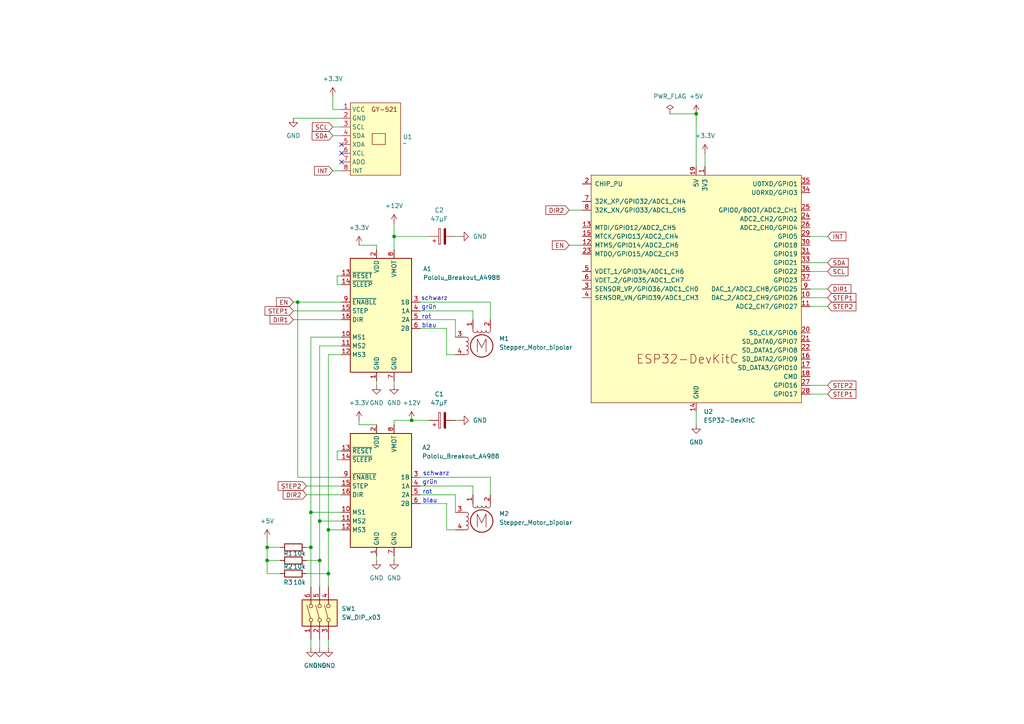
<source format=kicad_sch>
(kicad_sch (version 20250114) (generator "eeschema") (generator_version "9.0")
  (paper "A4")
  (lib_symbols
    (symbol "Device:C_Polarized" (pin_numbers (hide yes)) (pin_names (offset 0.254))
      (property "Reference" "C" (at 0.635 2.54 0))
      (property "Value" "C_Polarized" (at 0.635 -2.54 0))
      (symbol "C_Polarized_0_1"
        (rectangle (start -2.286 0.508) (end 2.286 1.016))
        (polyline (pts (xy -1.778 2.286) (xy -0.762 2.286)))
        (polyline (pts (xy -1.27 2.794) (xy -1.27 1.778)))
        (rectangle (start 2.286 -0.508) (end -2.286 -1.016) (fill (type outline)))
      )
      (symbol "C_Polarized_1_1"
        (pin passive line (at 0 3.81 270) (length 2.794) (name "~") (number "1"))
        (pin passive line (at 0 -3.81 90) (length 2.794) (name "~") (number "2"))
      )
    )
    (symbol "Device:R" (pin_numbers (hide yes)) (pin_names (offset 0))
      (property "Reference" "R" (at 2.032 0 90))
      (property "Value" "R" (at 0 0 90))
      (symbol "R_0_1"
        (rectangle (start -1.016 -2.54) (end 1.016 2.54) (stroke (width 0.254)))
      )
      (symbol "R_1_1"
        (pin passive line (at 0 3.81 270) (length 1.27) (name "~") (number "1"))
        (pin passive line (at 0 -3.81 90) (length 1.27) (name "~") (number "2"))
      )
    )
    (symbol "Driver_Motor:Pololu_Breakout_A4988"
      (property "Reference" "A" (at -2.54 19.05 0))
      (property "Value" "Pololu_Breakout_A4988" (at -2.54 16.51 0))
      (symbol "Pololu_Breakout_A4988_0_1"
        (rectangle (start 10.16 -17.78) (end -7.62 15.24) (stroke (width 0.254)) (fill (type background)))
      )
      (symbol "Pololu_Breakout_A4988_1_1"
        (pin input line (at -10.16 10.16 0) (length 2.54) (name "~{RESET}") (number "13"))
        (pin input line (at -10.16 7.62 0) (length 2.54) (name "~{SLEEP}") (number "14"))
        (pin input line (at -10.16 2.54 0) (length 2.54) (name "~{ENABLE}") (number "9"))
        (pin input line (at -10.16 0 0) (length 2.54) (name "STEP") (number "15"))
        (pin input line (at -10.16 -2.54 0) (length 2.54) (name "DIR") (number "16"))
        (pin input line (at -10.16 -7.62 0) (length 2.54) (name "MS1") (number "10"))
        (pin input line (at -10.16 -10.16 0) (length 2.54) (name "MS2") (number "11"))
        (pin input line (at -10.16 -12.7 0) (length 2.54) (name "MS3") (number "12"))
        (pin power_in line (at 0 17.78 270) (length 2.54) (name "VDD") (number "2"))
        (pin power_in line (at 0 -20.32 90) (length 2.54) (name "GND") (number "1"))
        (pin power_in line (at 5.08 17.78 270) (length 2.54) (name "VMOT") (number "8"))
        (pin power_in line (at 5.08 -20.32 90) (length 2.54) (name "GND") (number "7"))
        (pin output line (at 12.7 2.54 180) (length 2.54) (name "1B") (number "3"))
        (pin output line (at 12.7 0 180) (length 2.54) (name "1A") (number "4"))
        (pin output line (at 12.7 -2.54 180) (length 2.54) (name "2A") (number "5"))
        (pin output line (at 12.7 -5.08 180) (length 2.54) (name "2B") (number "6"))
      )
    )
    (symbol "Espressif:ESP32-DevKitC" (pin_names (offset 1.016))
      (property "Reference" "U" (at -30.48 38.1 0))
      (property "Value" "ESP32-DevKitC" (at -30.48 35.56 0))
      (symbol "ESP32-DevKitC_0_0"
        (text "ESP32-DevKitC" (at -2.54 -20.32 0) (effects (font (size 2.54 2.54))))
        (pin power_in line (at 0 35.56 270) (length 2.54) (name "5V") (number "19"))
        (pin power_in line (at 0 -35.56 90) (length 2.54) (name "GND") (number "14"))
      )
      (symbol "ESP32-DevKitC_0_1"
        (rectangle (start -30.48 33.02) (end 30.48 -33.02) (fill (type background)))
      )
      (symbol "ESP32-DevKitC_1_1"
        (pin input line (at -33.02 30.48 0) (length 2.54) (name "CHIP_PU") (number "2"))
        (pin bidirectional line (at -33.02 25.4 0) (length 2.54) (name "32K_XP/GPIO32/ADC1_CH4") (number "7"))
        (pin bidirectional line (at -33.02 22.86 0) (length 2.54) (name "32K_XN/GPIO33/ADC1_CH5") (number "8"))
        (pin bidirectional line (at -33.02 17.78 0) (length 2.54) (name "MTDI/GPIO12/ADC2_CH5") (number "13"))
        (pin bidirectional line (at -33.02 15.24 0) (length 2.54) (name "MTCK/GPIO13/ADC2_CH4") (number "15"))
        (pin bidirectional line (at -33.02 12.7 0) (length 2.54) (name "MTMS/GPIO14/ADC2_CH6") (number "12"))
        (pin bidirectional line (at -33.02 10.16 0) (length 2.54) (name "MTDO/GPIO15/ADC2_CH3") (number "23"))
        (pin input line (at -33.02 5.08 0) (length 2.54) (name "VDET_1/GPIO34/ADC1_CH6") (number "5"))
        (pin input line (at -33.02 2.54 0) (length 2.54) (name "VDET_2/GPIO35/ADC1_CH7") (number "6"))
        (pin input line (at -33.02 0 0) (length 2.54) (name "SENSOR_VP/GPIO36/ADC1_CH0") (number "3"))
        (pin input line (at -33.02 -2.54 0) (length 2.54) (name "SENSOR_VN/GPIO39/ADC1_CH3") (number "4"))
        (pin passive line (at 0 -35.56 90) (length 2.54) (hide yes) (name "GND") (number "32"))
        (pin passive line (at 0 -35.56 90) (length 2.54) (hide yes) (name "GND") (number "38"))
        (pin power_in line (at 2.54 35.56 270) (length 2.54) (name "3V3") (number "1"))
        (pin bidirectional line (at 33.02 30.48 180) (length 2.54) (name "U0TXD/GPIO1") (number "35"))
        (pin bidirectional line (at 33.02 27.94 180) (length 2.54) (name "U0RXD/GPIO3") (number "34"))
        (pin bidirectional line (at 33.02 22.86 180) (length 2.54) (name "GPIO0/BOOT/ADC2_CH1") (number "25"))
        (pin bidirectional line (at 33.02 20.32 180) (length 2.54) (name "ADC2_CH2/GPIO2") (number "24"))
        (pin bidirectional line (at 33.02 17.78 180) (length 2.54) (name "ADC2_CH0/GPIO4") (number "26"))
        (pin bidirectional line (at 33.02 15.24 180) (length 2.54) (name "GPIO5") (number "29"))
        (pin bidirectional line (at 33.02 12.7 180) (length 2.54) (name "GPIO18") (number "30"))
        (pin bidirectional line (at 33.02 10.16 180) (length 2.54) (name "GPIO19") (number "31"))
        (pin bidirectional line (at 33.02 7.62 180) (length 2.54) (name "GPIO21") (number "33"))
        (pin bidirectional line (at 33.02 5.08 180) (length 2.54) (name "GPIO22") (number "36"))
        (pin bidirectional line (at 33.02 2.54 180) (length 2.54) (name "GPIO23") (number "37"))
        (pin bidirectional line (at 33.02 0 180) (length 2.54) (name "DAC_1/ADC2_CH8/GPIO25") (number "9"))
        (pin bidirectional line (at 33.02 -2.54 180) (length 2.54) (name "DAC_2/ADC2_CH9/GPIO26") (number "10"))
        (pin bidirectional line (at 33.02 -5.08 180) (length 2.54) (name "ADC2_CH7/GPIO27") (number "11"))
        (pin bidirectional line (at 33.02 -12.7 180) (length 2.54) (name "SD_CLK/GPIO6") (number "20"))
        (pin bidirectional line (at 33.02 -15.24 180) (length 2.54) (name "SD_DATA0/GPIO7") (number "21"))
        (pin bidirectional line (at 33.02 -17.78 180) (length 2.54) (name "SD_DATA1/GPIO8") (number "22"))
        (pin bidirectional line (at 33.02 -20.32 180) (length 2.54) (name "SD_DATA2/GPIO9") (number "16"))
        (pin bidirectional line (at 33.02 -22.86 180) (length 2.54) (name "SD_DATA3/GPIO10") (number "17"))
        (pin bidirectional line (at 33.02 -25.4 180) (length 2.54) (name "CMD") (number "18"))
        (pin bidirectional line (at 33.02 -27.94 180) (length 2.54) (name "GPIO16") (number "27"))
        (pin bidirectional line (at 33.02 -30.48 180) (length 2.54) (name "GPIO17") (number "28"))
      )
    )
    (symbol "Motor:Stepper_Motor_bipolar" (pin_names (offset 0) (hide yes))
      (property "Reference" "M" (at 3.81 2.54 0))
      (property "Value" "Stepper_Motor_bipolar" (at 3.81 1.27 0))
      (symbol "Stepper_Motor_bipolar_0_0"
        (polyline (pts (xy -1.27 -1.778) (xy -1.27 2.032) (xy 0 -0.508) (xy 1.27 2.032) (xy 1.27 -1.778)))
      )
      (symbol "Stepper_Motor_bipolar_0_1"
        (polyline (pts (xy -5.08 2.54) (xy -4.445 2.54)))
        (polyline (pts (xy -5.08 -2.54) (xy -4.445 -2.54)))
        (arc (start -4.445 2.54) (mid -3.8127 1.905) (end -4.445 1.27))
        (arc (start -4.445 1.27) (mid -3.8127 0.635) (end -4.445 0))
        (arc (start -4.445 0) (mid -3.8127 -0.635) (end -4.445 -1.27))
        (arc (start -4.445 -1.27) (mid -3.8127 -1.905) (end -4.445 -2.54))
        (polyline (pts (xy -2.54 5.08) (xy -2.54 4.445)))
        (arc (start -1.27 4.445) (mid -1.905 3.8127) (end -2.54 4.445))
        (arc (start 0 4.445) (mid -0.635 3.8127) (end -1.27 4.445))
        (circle (center 0 0) (radius 3.2512) (stroke (width 0.254)))
        (arc (start 1.27 4.445) (mid 0.635 3.8127) (end 0 4.445))
        (arc (start 2.54 4.445) (mid 1.905 3.8127) (end 1.27 4.445))
        (polyline (pts (xy 2.54 5.08) (xy 2.54 4.445)))
      )
      (symbol "Stepper_Motor_bipolar_1_1"
        (pin passive line (at -7.62 2.54 0) (length 2.54) (name "~") (number "3"))
        (pin passive line (at -7.62 -2.54 0) (length 2.54) (name "~") (number "4"))
        (pin passive line (at -2.54 7.62 270) (length 2.54) (name "~") (number "1"))
        (pin passive line (at 2.54 7.62 270) (length 2.54) (name "-") (number "2"))
      )
    )
    (symbol "New_Library:GY-521"
      (property "Reference" "U" (at 0 12.954 0))
      (symbol "GY-521_1_1"
        (rectangle (start -7.62 10.795) (end 6.985 -10.16) (fill (type background)))
        (rectangle (start -1.27 1.905) (end 2.54 -1.27))
        (text "GY-521" (at 2.286 8.89 0) (effects (font (size 1.27 1.27))))
        (pin input line (at -10.16 8.89 0) (length 2.54) (name "VCC") (number "1"))
        (pin input line (at -10.16 6.35 0) (length 2.54) (name "GND") (number "2"))
        (pin input line (at -10.16 3.81 0) (length 2.54) (name "SCL") (number "3"))
        (pin input line (at -10.16 1.27 0) (length 2.54) (name "SDA") (number "4"))
        (pin input line (at -10.16 -1.27 0) (length 2.54) (name "XDA") (number "5"))
        (pin input line (at -10.16 -3.81 0) (length 2.54) (name "XCL") (number "6"))
        (pin input line (at -10.16 -6.35 0) (length 2.54) (name "ADO") (number "7"))
        (pin input line (at -10.16 -8.89 0) (length 2.54) (name "INT") (number "8"))
      )
    )
    (symbol "Switch:SW_DIP_x03" (pin_names (offset 0) (hide yes))
      (property "Reference" "SW" (at 0 6.35 0))
      (property "Value" "SW_DIP_x03" (at 0 -6.35 0))
      (symbol "SW_DIP_x03_0_0"
        (circle (center -2.032 2.54) (radius 0.508))
        (circle (center -2.032 0) (radius 0.508))
        (circle (center -2.032 -2.54) (radius 0.508))
        (polyline (pts (xy -1.524 2.667) (xy 2.3622 3.7084)))
        (polyline (pts (xy -1.524 0.127) (xy 2.3622 1.1684)))
        (polyline (pts (xy -1.524 -2.413) (xy 2.3622 -1.3716)))
        (circle (center 2.032 2.54) (radius 0.508))
        (circle (center 2.032 0) (radius 0.508))
        (circle (center 2.032 -2.54) (radius 0.508))
      )
      (symbol "SW_DIP_x03_0_1"
        (rectangle (start -3.81 5.08) (end 3.81 -5.08) (stroke (width 0.254)) (fill (type background)))
      )
      (symbol "SW_DIP_x03_1_1"
        (pin passive line (at -7.62 2.54 0) (length 5.08) (name "~") (number "1"))
        (pin passive line (at -7.62 0 0) (length 5.08) (name "~") (number "2"))
        (pin passive line (at -7.62 -2.54 0) (length 5.08) (name "~") (number "3"))
        (pin passive line (at 7.62 2.54 180) (length 5.08) (name "~") (number "6"))
        (pin passive line (at 7.62 0 180) (length 5.08) (name "~") (number "5"))
        (pin passive line (at 7.62 -2.54 180) (length 5.08) (name "~") (number "4"))
      )
    )
    (symbol "power:+12V" (power) (pin_numbers (hide yes)) (pin_names (offset 0) (hide yes))
      (property "Value" "+12V" (at 0 3.556 0))
      (symbol "+12V_0_1"
        (polyline (pts (xy -0.762 1.27) (xy 0 2.54)))
        (polyline (pts (xy 0 2.54) (xy 0.762 1.27)))
        (polyline (pts (xy 0 0) (xy 0 2.54)))
      )
      (symbol "+12V_1_1"
        (pin power_in line (at 0 0 90) (length 0) (name "~") (number "1"))
      )
    )
    (symbol "power:+3.3V" (power) (pin_numbers (hide yes)) (pin_names (offset 0) (hide yes))
      (property "Value" "+3.3V" (at 0 3.556 0))
      (symbol "+3.3V_0_1"
        (polyline (pts (xy -0.762 1.27) (xy 0 2.54)))
        (polyline (pts (xy 0 2.54) (xy 0.762 1.27)))
        (polyline (pts (xy 0 0) (xy 0 2.54)))
      )
      (symbol "+3.3V_1_1"
        (pin power_in line (at 0 0 90) (length 0) (name "~") (number "1"))
      )
    )
    (symbol "power:+5V" (power) (pin_numbers (hide yes)) (pin_names (offset 0) (hide yes))
      (property "Value" "+5V" (at 0 3.556 0))
      (symbol "+5V_0_1"
        (polyline (pts (xy -0.762 1.27) (xy 0 2.54)))
        (polyline (pts (xy 0 2.54) (xy 0.762 1.27)))
        (polyline (pts (xy 0 0) (xy 0 2.54)))
      )
      (symbol "+5V_1_1"
        (pin power_in line (at 0 0 90) (length 0) (name "~") (number "1"))
      )
    )
    (symbol "power:GND" (power) (pin_numbers (hide yes)) (pin_names (offset 0) (hide yes))
      (property "Value" "GND" (at 0 -3.81 0))
      (symbol "GND_0_1"
        (polyline (pts (xy 0 0) (xy 0 -1.27) (xy 1.27 -1.27) (xy 0 -2.54) (xy -1.27 -1.27) (xy 0 -1.27)))
      )
      (symbol "GND_1_1"
        (pin power_in line (at 0 0 270) (length 0) (name "~") (number "1"))
      )
    )
    (symbol "power:PWR_FLAG" (power) (pin_numbers (hide yes)) (pin_names (offset 0) (hide yes))
      (property "Value" "PWR_FLAG" (at 0 3.81 0))
      (symbol "PWR_FLAG_0_0"
        (pin power_out line (at 0 0 90) (length 0) (name "~") (number "1"))
      )
      (symbol "PWR_FLAG_0_1"
        (polyline (pts (xy 0 0) (xy 0 1.27) (xy -1.016 1.905) (xy 0 2.54) (xy 1.016 1.905) (xy 0 1.27)))
      )
    )
  )
  (text "schwarz" (at 125.984 86.614 0) (effects (font (size 1.27 1.27))))
  (text "blau" (at 124.46 94.488 0) (effects (font (size 1.27 1.27))))
  (text "blau" (at 124.714 145.288 0) (effects (font (size 1.27 1.27))))
  (text "rot" (at 123.698 91.948 0) (effects (font (size 1.27 1.27))))
  (text "rot" (at 123.952 142.748 0) (effects (font (size 1.27 1.27))))
  (text "schwarz" (at 126.492 137.414 0) (effects (font (size 1.27 1.27))))
  (text "grün" (at 124.714 139.954 0) (effects (font (size 1.27 1.27))))
  (text "grün" (at 124.46 89.154 0) (effects (font (size 1.27 1.27))))
  (junction (at 119.38 121.92))
  (junction (at 201.93 33.02))
  (junction (at 90.17 148.59))
  (junction (at 77.47 162.56))
  (junction (at 86.36 87.63))
  (junction (at 95.25 166.37))
  (junction (at 77.47 158.75))
  (junction (at 92.71 151.13))
  (junction (at 92.71 162.56))
  (junction (at 95.25 153.67))
  (junction (at 114.3 68.58))
  (junction (at 90.17 158.75))
  (no_connect (at 99.06 44.45))
  (no_connect (at 99.06 46.99))
  (no_connect (at 99.06 41.91))
  (wire (pts (xy 77.47 162.56) (xy 77.47 166.37)))
  (wire (pts (xy 99.06 80.01) (xy 97.79 80.01)))
  (wire (pts (xy 86.36 87.63) (xy 99.06 87.63)))
  (wire (pts (xy 234.95 83.82) (xy 240.03 83.82)))
  (wire (pts (xy 142.24 87.63) (xy 142.24 92.71)))
  (wire (pts (xy 86.36 87.63) (xy 86.36 138.43)))
  (wire (pts (xy 234.95 88.9) (xy 240.03 88.9)))
  (wire (pts (xy 234.95 68.58) (xy 240.03 68.58)))
  (wire (pts (xy 92.71 151.13) (xy 99.06 151.13)))
  (wire (pts (xy 121.92 92.71) (xy 132.08 92.71)))
  (wire (pts (xy 77.47 162.56) (xy 81.28 162.56)))
  (wire (pts (xy 95.25 102.87) (xy 95.25 153.67)))
  (wire (pts (xy 129.54 153.67) (xy 132.08 153.67)))
  (wire (pts (xy 90.17 97.79) (xy 90.17 148.59)))
  (wire (pts (xy 114.3 64.77) (xy 114.3 68.58)))
  (wire (pts (xy 92.71 185.42) (xy 92.71 187.96)))
  (wire (pts (xy 97.79 133.35) (xy 99.06 133.35)))
  (wire (pts (xy 142.24 138.43) (xy 142.24 143.51)))
  (wire (pts (xy 92.71 151.13) (xy 92.71 162.56)))
  (wire (pts (xy 204.47 44.45) (xy 204.47 48.26)))
  (wire (pts (xy 96.52 31.75) (xy 99.06 31.75)))
  (wire (pts (xy 85.09 87.63) (xy 86.36 87.63)))
  (wire (pts (xy 85.09 90.17) (xy 99.06 90.17)))
  (wire (pts (xy 121.92 95.25) (xy 129.54 95.25)))
  (wire (pts (xy 132.08 121.92) (xy 133.35 121.92)))
  (wire (pts (xy 234.95 78.74) (xy 240.03 78.74)))
  (wire (pts (xy 92.71 162.56) (xy 92.71 170.18)))
  (wire (pts (xy 234.95 114.3) (xy 240.03 114.3)))
  (wire (pts (xy 99.06 130.81) (xy 97.79 130.81)))
  (wire (pts (xy 104.14 123.19) (xy 109.22 123.19)))
  (wire (pts (xy 97.79 80.01) (xy 97.79 82.55)))
  (wire (pts (xy 119.38 121.92) (xy 124.46 121.92)))
  (wire (pts (xy 129.54 95.25) (xy 129.54 102.87)))
  (wire (pts (xy 90.17 185.42) (xy 90.17 187.96)))
  (wire (pts (xy 77.47 158.75) (xy 81.28 158.75)))
  (wire (pts (xy 88.9 143.51) (xy 99.06 143.51)))
  (wire (pts (xy 95.25 153.67) (xy 99.06 153.67)))
  (wire (pts (xy 132.08 92.71) (xy 132.08 97.79)))
  (wire (pts (xy 95.25 185.42) (xy 95.25 187.96)))
  (wire (pts (xy 104.14 121.92) (xy 104.14 123.19)))
  (wire (pts (xy 109.22 161.29) (xy 109.22 162.56)))
  (wire (pts (xy 121.92 138.43) (xy 142.24 138.43)))
  (wire (pts (xy 90.17 158.75) (xy 88.9 158.75)))
  (wire (pts (xy 90.17 148.59) (xy 90.17 158.75)))
  (wire (pts (xy 85.09 92.71) (xy 99.06 92.71)))
  (wire (pts (xy 95.25 166.37) (xy 95.25 170.18)))
  (wire (pts (xy 77.47 156.21) (xy 77.47 158.75)))
  (wire (pts (xy 121.92 143.51) (xy 132.08 143.51)))
  (wire (pts (xy 99.06 102.87) (xy 95.25 102.87)))
  (wire (pts (xy 137.16 140.97) (xy 137.16 143.51)))
  (wire (pts (xy 234.95 76.2) (xy 240.03 76.2)))
  (wire (pts (xy 109.22 71.12) (xy 109.22 72.39)))
  (wire (pts (xy 129.54 146.05) (xy 129.54 153.67)))
  (wire (pts (xy 119.38 121.92) (xy 114.3 121.92)))
  (wire (pts (xy 121.92 140.97) (xy 137.16 140.97)))
  (wire (pts (xy 77.47 158.75) (xy 77.47 162.56)))
  (wire (pts (xy 121.92 90.17) (xy 137.16 90.17)))
  (wire (pts (xy 114.3 110.49) (xy 114.3 111.76)))
  (wire (pts (xy 234.95 111.76) (xy 240.03 111.76)))
  (wire (pts (xy 96.52 27.94) (xy 96.52 31.75)))
  (wire (pts (xy 114.3 68.58) (xy 114.3 72.39)))
  (wire (pts (xy 194.31 33.02) (xy 201.93 33.02)))
  (wire (pts (xy 85.09 34.29) (xy 99.06 34.29)))
  (wire (pts (xy 77.47 166.37) (xy 81.28 166.37)))
  (wire (pts (xy 104.14 71.12) (xy 109.22 71.12)))
  (wire (pts (xy 97.79 130.81) (xy 97.79 133.35)))
  (wire (pts (xy 109.22 110.49) (xy 109.22 111.76)))
  (wire (pts (xy 86.36 138.43) (xy 99.06 138.43)))
  (wire (pts (xy 97.79 82.55) (xy 99.06 82.55)))
  (wire (pts (xy 129.54 102.87) (xy 132.08 102.87)))
  (wire (pts (xy 95.25 166.37) (xy 88.9 166.37)))
  (wire (pts (xy 201.93 33.02) (xy 201.93 48.26)))
  (wire (pts (xy 201.93 119.38) (xy 201.93 123.19)))
  (wire (pts (xy 165.1 71.12) (xy 168.91 71.12)))
  (wire (pts (xy 132.08 143.51) (xy 132.08 148.59)))
  (wire (pts (xy 96.52 49.53) (xy 99.06 49.53)))
  (wire (pts (xy 95.25 153.67) (xy 95.25 166.37)))
  (wire (pts (xy 121.92 87.63) (xy 142.24 87.63)))
  (wire (pts (xy 90.17 148.59) (xy 99.06 148.59)))
  (wire (pts (xy 114.3 161.29) (xy 114.3 162.56)))
  (wire (pts (xy 92.71 100.33) (xy 92.71 151.13)))
  (wire (pts (xy 165.1 60.96) (xy 168.91 60.96)))
  (wire (pts (xy 137.16 90.17) (xy 137.16 92.71)))
  (wire (pts (xy 88.9 140.97) (xy 99.06 140.97)))
  (wire (pts (xy 121.92 146.05) (xy 129.54 146.05)))
  (wire (pts (xy 132.08 68.58) (xy 133.35 68.58)))
  (wire (pts (xy 114.3 68.58) (xy 124.46 68.58)))
  (wire (pts (xy 96.52 36.83) (xy 99.06 36.83)))
  (wire (pts (xy 96.52 39.37) (xy 99.06 39.37)))
  (wire (pts (xy 114.3 121.92) (xy 114.3 123.19)))
  (wire (pts (xy 234.95 86.36) (xy 240.03 86.36)))
  (wire (pts (xy 99.06 97.79) (xy 90.17 97.79)))
  (wire (pts (xy 99.06 100.33) (xy 92.71 100.33)))
  (wire (pts (xy 90.17 158.75) (xy 90.17 170.18)))
  (wire (pts (xy 92.71 162.56) (xy 88.9 162.56)))
  (global_label "EN" (shape input) (at 85.09 87.63 180) (property "Intersheetrefs" "${INTERSHEET_REFS}" (effects (hide yes))))
  (global_label "DIR2" (shape input) (at 165.1 60.96 180) (property "Intersheetrefs" "${INTERSHEET_REFS}" (effects (hide yes))))
  (global_label "INT" (shape input) (at 96.52 49.53 180) (property "Intersheetrefs" "${INTERSHEET_REFS}" (effects (hide yes))))
  (global_label "SCL" (shape input) (at 96.52 36.83 180) (property "Intersheetrefs" "${INTERSHEET_REFS}" (effects (hide yes))))
  (global_label "STEP1" (shape input) (at 85.09 90.17 180) (property "Intersheetrefs" "${INTERSHEET_REFS}" (effects (hide yes))))
  (global_label "INT" (shape input) (at 240.03 68.58 0) (property "Intersheetrefs" "${INTERSHEET_REFS}" (effects (hide yes))))
  (global_label "STEP1" (shape input) (at 240.03 86.36 0) (property "Intersheetrefs" "${INTERSHEET_REFS}" (effects (hide yes))))
  (global_label "STEP2" (shape input) (at 88.9 140.97 180) (property "Intersheetrefs" "${INTERSHEET_REFS}" (effects (hide yes))))
  (global_label "DIR1" (shape input) (at 240.03 83.82 0) (property "Intersheetrefs" "${INTERSHEET_REFS}" (effects (hide yes))))
  (global_label "DIR1" (shape input) (at 85.09 92.71 180) (property "Intersheetrefs" "${INTERSHEET_REFS}" (effects (hide yes))))
  (global_label "STEP2" (shape input) (at 240.03 111.76 0) (property "Intersheetrefs" "${INTERSHEET_REFS}" (effects (hide yes))))
  (global_label "EN" (shape input) (at 165.1 71.12 180) (property "Intersheetrefs" "${INTERSHEET_REFS}" (effects (hide yes))))
  (global_label "DIR2" (shape input) (at 88.9 143.51 180) (property "Intersheetrefs" "${INTERSHEET_REFS}" (effects (hide yes))))
  (global_label "SCL" (shape input) (at 240.03 78.74 0) (property "Intersheetrefs" "${INTERSHEET_REFS}" (effects (hide yes))))
  (global_label "STEP2" (shape input) (at 240.03 88.9 0) (property "Intersheetrefs" "${INTERSHEET_REFS}" (effects (hide yes))))
  (global_label "SDA" (shape input) (at 96.52 39.37 180) (property "Intersheetrefs" "${INTERSHEET_REFS}" (effects (hide yes))))
  (global_label "SDA" (shape input) (at 240.03 76.2 0) (property "Intersheetrefs" "${INTERSHEET_REFS}" (effects (hide yes))))
  (global_label "STEP1" (shape input) (at 240.03 114.3 0) (property "Intersheetrefs" "${INTERSHEET_REFS}" (effects (hide yes))))
  (symbol (lib_id "Motor:Stepper_Motor_bipolar") (at 139.7 100.33 0) (unit 1)
    (property "Reference" "M1" (at 144.78 98.209 0) (effects (justify left)))
    (property "Value" "Stepper_Motor_bipolar" (at 144.78 100.749 0) (effects (justify left)))
    (property "Datasheet" "http://www.infineon.com/dgdl/Application-Note-TLE8110EE_driving_UniPolarStepperMotor_V1.1.pdf?fileId=db3a30431be39b97011be5d0aa0a00b0" (effects (hide yes)))
    (property "Description" "4-wire bipolar stepper motor" (effects (hide yes)))
  )
  (symbol (lib_id "power:GND") (at 114.3 111.76 0) (unit 1)
    (property "Reference" "#PWR010" (effects (hide yes)))
    (property "Value" "GND" (at 114.3 116.84 0))
    (property "Description" "Power symbol creates a global label with name \"GND\" , ground" (effects (hide yes)))
  )
  (symbol (lib_id "Device:R") (at 85.09 158.75 90) (unit 1)
    (property "Reference" "R1" (at 83.566 160.528 90))
    (property "Value" "10k" (at 86.868 160.528 90))
    (property "Description" "Resistor" (effects (hide yes)))
  )
  (symbol (lib_id "Motor:Stepper_Motor_bipolar") (at 139.7 151.13 0) (unit 1)
    (property "Reference" "M2" (at 144.78 149.009 0) (effects (justify left)))
    (property "Value" "Stepper_Motor_bipolar" (at 144.78 151.549 0) (effects (justify left)))
    (property "Datasheet" "http://www.infineon.com/dgdl/Application-Note-TLE8110EE_driving_UniPolarStepperMotor_V1.1.pdf?fileId=db3a30431be39b97011be5d0aa0a00b0" (effects (hide yes)))
    (property "Description" "4-wire bipolar stepper motor" (effects (hide yes)))
  )
  (symbol (lib_id "New_Library:GY-521") (at 109.22 40.64 0) (unit 1)
    (property "Reference" "U1" (at 116.84 39.6874 0) (effects (justify left)))
    (property "Value" "~" (at 116.84 41.5925 0) (effects (justify left)))
  )
  (symbol (lib_id "Device:R") (at 85.09 166.37 90) (unit 1)
    (property "Reference" "R3" (at 83.566 168.91 90))
    (property "Value" "10k" (at 86.868 168.91 90))
    (property "Description" "Resistor" (effects (hide yes)))
  )
  (symbol (lib_id "Switch:SW_DIP_x03") (at 92.71 177.8 90) (unit 1)
    (property "Reference" "SW1" (at 99.06 176.5299 90) (effects (justify right)))
    (property "Value" "SW_DIP_x03" (at 99.06 179.0699 90) (effects (justify right)))
    (property "Description" "3x DIP Switch, Single Pole Single Throw (SPST) switch, small symbol" (effects (hide yes)))
  )
  (symbol (lib_id "power:GND") (at 85.09 34.29 0) (unit 1)
    (property "Reference" "#PWR04" (effects (hide yes)))
    (property "Value" "GND" (at 85.09 39.37 0))
    (property "Description" "Power symbol creates a global label with name \"GND\" , ground" (effects (hide yes)))
  )
  (symbol (lib_id "power:GND") (at 109.22 111.76 0) (unit 1)
    (property "Reference" "#PWR09" (effects (hide yes)))
    (property "Value" "GND" (at 109.22 116.84 0))
    (property "Description" "Power symbol creates a global label with name \"GND\" , ground" (effects (hide yes)))
  )
  (symbol (lib_id "Device:C_Polarized") (at 128.27 121.92 90) (unit 1)
    (property "Reference" "C1" (at 127.381 114.3 90))
    (property "Value" "47µF" (at 127.381 116.84 90))
    (property "Description" "Polarized capacitor" (effects (hide yes)))
  )
  (symbol (lib_id "power:PWR_FLAG") (at 194.31 33.02 0) (unit 1)
    (property "Reference" "#FLG01" (effects (hide yes)))
    (property "Value" "PWR_FLAG" (at 194.31 27.94 0))
    (property "Description" "Special symbol for telling ERC where power comes from" (effects (hide yes)))
  )
  (symbol (lib_id "power:GND") (at 114.3 162.56 0) (unit 1)
    (property "Reference" "#PWR012" (effects (hide yes)))
    (property "Value" "GND" (at 114.3 167.64 0))
    (property "Description" "Power symbol creates a global label with name \"GND\" , ground" (effects (hide yes)))
  )
  (symbol (lib_id "power:+3.3V") (at 204.47 44.45 0) (unit 1)
    (property "Reference" "#PWR01" (effects (hide yes)))
    (property "Value" "+3.3V" (at 204.47 39.37 0))
    (property "Description" "Power symbol creates a global label with name \"+3.3V\"" (effects (hide yes)))
  )
  (symbol (lib_id "Device:R") (at 85.09 162.56 90) (unit 1)
    (property "Reference" "R2" (at 83.566 164.338 90))
    (property "Value" "10k" (at 86.868 164.338 90))
    (property "Description" "Resistor" (effects (hide yes)))
  )
  (symbol (lib_id "power:GND") (at 109.22 162.56 0) (unit 1)
    (property "Reference" "#PWR011" (effects (hide yes)))
    (property "Value" "GND" (at 109.22 167.64 0))
    (property "Description" "Power symbol creates a global label with name \"GND\" , ground" (effects (hide yes)))
  )
  (symbol (lib_id "power:+3.3V") (at 96.52 27.94 0) (unit 1)
    (property "Reference" "#PWR02" (effects (hide yes)))
    (property "Value" "+3.3V" (at 96.52 22.86 0))
    (property "Description" "Power symbol creates a global label with name \"+3.3V\"" (effects (hide yes)))
  )
  (symbol (lib_id "power:+3.3V") (at 104.14 121.92 0) (unit 1)
    (property "Reference" "#PWR08" (effects (hide yes)))
    (property "Value" "+3.3V" (at 104.14 116.84 0))
    (property "Description" "Power symbol creates a global label with name \"+3.3V\"" (effects (hide yes)))
  )
  (symbol (lib_id "Driver_Motor:Pololu_Breakout_A4988") (at 109.22 90.17 0) (unit 1)
    (property "Reference" "A1" (at 122.682 77.978 0) (effects (justify left)))
    (property "Value" "Pololu_Breakout_A4988" (at 122.682 80.518 0) (effects (justify left)))
    (property "Footprint" "Module:Pololu_Breakout-16_15.2x20.3mm" (effects (hide yes)))
    (property "Datasheet" "https://www.pololu.com/product/2980/pictures" (effects (hide yes)))
    (property "Description" "Pololu Breakout Board, Stepper Driver A4988" (effects (hide yes)))
  )
  (symbol (lib_id "power:+12V") (at 114.3 64.77 0) (unit 1)
    (property "Reference" "#PWR014" (effects (hide yes)))
    (property "Value" "+12V" (at 114.3 59.69 0))
    (property "Description" "Power symbol creates a global label with name \"+12V\"" (effects (hide yes)))
  )
  (symbol (lib_id "power:GND") (at 201.93 123.19 0) (unit 1)
    (property "Reference" "#PWR03" (effects (hide yes)))
    (property "Value" "GND" (at 201.93 128.27 0))
    (property "Description" "Power symbol creates a global label with name \"GND\" , ground" (effects (hide yes)))
  )
  (symbol (lib_id "power:GND") (at 92.71 187.96 0) (unit 1)
    (property "Reference" "#PWR018" (effects (hide yes)))
    (property "Value" "GND" (at 92.71 193.04 0))
    (property "Description" "Power symbol creates a global label with name \"GND\" , ground" (effects (hide yes)))
  )
  (symbol (lib_id "power:GND") (at 95.25 187.96 0) (unit 1)
    (property "Reference" "#PWR017" (effects (hide yes)))
    (property "Value" "GND" (at 95.25 193.04 0))
    (property "Description" "Power symbol creates a global label with name \"GND\" , ground" (effects (hide yes)))
  )
  (symbol (lib_id "power:+3.3V") (at 104.14 71.12 0) (unit 1)
    (property "Reference" "#PWR07" (effects (hide yes)))
    (property "Value" "+3.3V" (at 104.14 66.04 0))
    (property "Description" "Power symbol creates a global label with name \"+3.3V\"" (effects (hide yes)))
  )
  (symbol (lib_id "power:GND") (at 90.17 187.96 0) (unit 1)
    (property "Reference" "#PWR019" (effects (hide yes)))
    (property "Value" "GND" (at 90.17 193.04 0))
    (property "Description" "Power symbol creates a global label with name \"GND\" , ground" (effects (hide yes)))
  )
  (symbol (lib_id "power:GND") (at 133.35 121.92 90) (unit 1)
    (property "Reference" "#PWR016" (effects (hide yes)))
    (property "Value" "GND" (at 137.16 121.9199 90) (effects (justify right)))
    (property "Description" "Power symbol creates a global label with name \"GND\" , ground" (effects (hide yes)))
  )
  (symbol (lib_id "Driver_Motor:Pololu_Breakout_A4988") (at 109.22 140.97 0) (unit 1)
    (property "Reference" "A2" (at 122.428 129.794 0) (effects (justify left)))
    (property "Value" "Pololu_Breakout_A4988" (at 122.428 132.334 0) (effects (justify left)))
    (property "Footprint" "Module:Pololu_Breakout-16_15.2x20.3mm" (effects (hide yes)))
    (property "Datasheet" "https://www.pololu.com/product/2980/pictures" (effects (hide yes)))
    (property "Description" "Pololu Breakout Board, Stepper Driver A4988" (effects (hide yes)))
  )
  (symbol (lib_id "power:+5V") (at 201.93 33.02 0) (unit 1)
    (property "Reference" "#PWR05" (effects (hide yes)))
    (property "Value" "+5V" (at 201.93 27.94 0))
    (property "Description" "Power symbol creates a global label with name \"+5V\"" (effects (hide yes)))
  )
  (symbol (lib_id "Device:C_Polarized") (at 128.27 68.58 90) (unit 1)
    (property "Reference" "C2" (at 127.381 60.96 90))
    (property "Value" "47µF" (at 127.381 63.5 90))
    (property "Description" "Polarized capacitor" (effects (hide yes)))
  )
  (symbol (lib_id "power:+5V") (at 77.47 156.21 0) (unit 1)
    (property "Reference" "#PWR06" (effects (hide yes)))
    (property "Value" "+5V" (at 77.47 151.13 0))
    (property "Description" "Power symbol creates a global label with name \"+5V\"" (effects (hide yes)))
  )
  (symbol (lib_id "power:GND") (at 133.35 68.58 90) (unit 1)
    (property "Reference" "#PWR015" (effects (hide yes)))
    (property "Value" "GND" (at 137.16 68.5799 90) (effects (justify right)))
    (property "Description" "Power symbol creates a global label with name \"GND\" , ground" (effects (hide yes)))
  )
  (symbol (lib_id "Espressif:ESP32-DevKitC") (at 201.93 83.82 0) (unit 1)
    (property "Reference" "U2" (at 204.0733 119.38 0) (effects (justify left)))
    (property "Value" "ESP32-DevKitC" (at 204.0733 121.92 0) (effects (justify left)))
    (property "Footprint" "PCM_Espressif:ESP32-DevKitC" (effects (hide yes)))
    (property "Datasheet" "https://docs.espressif.com/projects/esp-idf/zh_CN/latest/esp32/hw-reference/esp32/get-started-devkitc.html" (effects (hide yes)))
    (property "Description" "Development Kit" (effects (hide yes)))
  )
  (symbol (lib_id "power:+12V") (at 119.38 121.92 0) (unit 1)
    (property "Reference" "#PWR013" (effects (hide yes)))
    (property "Value" "+12V" (at 119.38 116.84 0))
    (property "Description" "Power symbol creates a global label with name \"+12V\"" (effects (hide yes)))
  )
)
</source>
